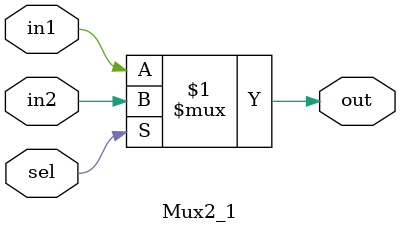
<source format=v>
`timescale 1ns / 1ps
/*******************************************************************
*
* Module: Mux2_1.v
* Project: RISC-V CPU
* Author: Nada, Omar and Tarek
* Description: 2x1 mux
* Change history:
* 8/7/19 - We edited the Module
**********************************************************************/
`timescale 1ns/1ns

module Mux2_1 (
    sel,
    in1,
    in2,
    out
);
    parameter N=1;
    output [N-1:0] out;
    input [N-1:0] in1, in2;
    input sel;
    
    assign out = (sel)?in2:in1;
endmodule


</source>
